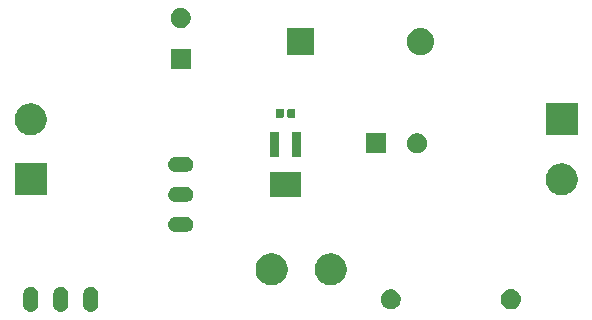
<source format=gbr>
G04 #@! TF.GenerationSoftware,KiCad,Pcbnew,(5.0.2-5-10.14)*
G04 #@! TF.CreationDate,2019-03-09T13:51:56-08:00*
G04 #@! TF.ProjectId,sunclock,73756e63-6c6f-4636-9b2e-6b696361645f,rev?*
G04 #@! TF.SameCoordinates,Original*
G04 #@! TF.FileFunction,Soldermask,Top*
G04 #@! TF.FilePolarity,Negative*
%FSLAX46Y46*%
G04 Gerber Fmt 4.6, Leading zero omitted, Abs format (unit mm)*
G04 Created by KiCad (PCBNEW (5.0.2-5-10.14)) date Saturday, March 09, 2019 at 01:51:56 PM*
%MOMM*%
%LPD*%
G01*
G04 APERTURE LIST*
%ADD10C,0.100000*%
G04 APERTURE END LIST*
D10*
G36*
X109347617Y-103098420D02*
X109429426Y-103123237D01*
X109470332Y-103135645D01*
X109530782Y-103167957D01*
X109583425Y-103196095D01*
X109682553Y-103277447D01*
X109763905Y-103376574D01*
X109763906Y-103376576D01*
X109824355Y-103489667D01*
X109836763Y-103530573D01*
X109861580Y-103612382D01*
X109871000Y-103708027D01*
X109871000Y-104571973D01*
X109861580Y-104667618D01*
X109857071Y-104682481D01*
X109824355Y-104790333D01*
X109818645Y-104801015D01*
X109763905Y-104903426D01*
X109682553Y-105002553D01*
X109583426Y-105083905D01*
X109583424Y-105083906D01*
X109470333Y-105144355D01*
X109429427Y-105156763D01*
X109347618Y-105181580D01*
X109220000Y-105194149D01*
X109092383Y-105181580D01*
X109010574Y-105156763D01*
X108969668Y-105144355D01*
X108856577Y-105083906D01*
X108856575Y-105083905D01*
X108757448Y-105002553D01*
X108676096Y-104903426D01*
X108621356Y-104801015D01*
X108615646Y-104790333D01*
X108601791Y-104744659D01*
X108578420Y-104667618D01*
X108569000Y-104571973D01*
X108569000Y-103708028D01*
X108578420Y-103612383D01*
X108615645Y-103489669D01*
X108615645Y-103489668D01*
X108648076Y-103428995D01*
X108676095Y-103376575D01*
X108737861Y-103301313D01*
X108757445Y-103277449D01*
X108757447Y-103277447D01*
X108856574Y-103196095D01*
X108869509Y-103189181D01*
X108969667Y-103135645D01*
X109010573Y-103123237D01*
X109092382Y-103098420D01*
X109220000Y-103085851D01*
X109347617Y-103098420D01*
X109347617Y-103098420D01*
G37*
G36*
X111887617Y-103098420D02*
X111969426Y-103123237D01*
X112010332Y-103135645D01*
X112070782Y-103167957D01*
X112123425Y-103196095D01*
X112222553Y-103277447D01*
X112303905Y-103376574D01*
X112303906Y-103376576D01*
X112364355Y-103489667D01*
X112376763Y-103530573D01*
X112401580Y-103612382D01*
X112411000Y-103708027D01*
X112411000Y-104571973D01*
X112401580Y-104667618D01*
X112397071Y-104682481D01*
X112364355Y-104790333D01*
X112358645Y-104801015D01*
X112303905Y-104903426D01*
X112222553Y-105002553D01*
X112123426Y-105083905D01*
X112123424Y-105083906D01*
X112010333Y-105144355D01*
X111969427Y-105156763D01*
X111887618Y-105181580D01*
X111760000Y-105194149D01*
X111632383Y-105181580D01*
X111550574Y-105156763D01*
X111509668Y-105144355D01*
X111396577Y-105083906D01*
X111396575Y-105083905D01*
X111297448Y-105002553D01*
X111216096Y-104903426D01*
X111161356Y-104801015D01*
X111155646Y-104790333D01*
X111141791Y-104744659D01*
X111118420Y-104667618D01*
X111109000Y-104571973D01*
X111109000Y-103708028D01*
X111118420Y-103612383D01*
X111155645Y-103489669D01*
X111155645Y-103489668D01*
X111188076Y-103428995D01*
X111216095Y-103376575D01*
X111277861Y-103301313D01*
X111297445Y-103277449D01*
X111297447Y-103277447D01*
X111396574Y-103196095D01*
X111409509Y-103189181D01*
X111509667Y-103135645D01*
X111550573Y-103123237D01*
X111632382Y-103098420D01*
X111760000Y-103085851D01*
X111887617Y-103098420D01*
X111887617Y-103098420D01*
G37*
G36*
X114427617Y-103098420D02*
X114509426Y-103123237D01*
X114550332Y-103135645D01*
X114610782Y-103167957D01*
X114663425Y-103196095D01*
X114762553Y-103277447D01*
X114843905Y-103376574D01*
X114843906Y-103376576D01*
X114904355Y-103489667D01*
X114916763Y-103530573D01*
X114941580Y-103612382D01*
X114951000Y-103708027D01*
X114951000Y-104571973D01*
X114941580Y-104667618D01*
X114937071Y-104682481D01*
X114904355Y-104790333D01*
X114898645Y-104801015D01*
X114843905Y-104903426D01*
X114762553Y-105002553D01*
X114663426Y-105083905D01*
X114663424Y-105083906D01*
X114550333Y-105144355D01*
X114509427Y-105156763D01*
X114427618Y-105181580D01*
X114300000Y-105194149D01*
X114172383Y-105181580D01*
X114090574Y-105156763D01*
X114049668Y-105144355D01*
X113936577Y-105083906D01*
X113936575Y-105083905D01*
X113837448Y-105002553D01*
X113756096Y-104903426D01*
X113701356Y-104801015D01*
X113695646Y-104790333D01*
X113681791Y-104744659D01*
X113658420Y-104667618D01*
X113649000Y-104571973D01*
X113649000Y-103708028D01*
X113658420Y-103612383D01*
X113695645Y-103489669D01*
X113695645Y-103489668D01*
X113728076Y-103428995D01*
X113756095Y-103376575D01*
X113817861Y-103301313D01*
X113837445Y-103277449D01*
X113837447Y-103277447D01*
X113936574Y-103196095D01*
X113949509Y-103189181D01*
X114049667Y-103135645D01*
X114090573Y-103123237D01*
X114172382Y-103098420D01*
X114300000Y-103085851D01*
X114427617Y-103098420D01*
X114427617Y-103098420D01*
G37*
G36*
X150026821Y-103301313D02*
X150026824Y-103301314D01*
X150026825Y-103301314D01*
X150187239Y-103349975D01*
X150187241Y-103349976D01*
X150187244Y-103349977D01*
X150335078Y-103428995D01*
X150464659Y-103535341D01*
X150571005Y-103664922D01*
X150650023Y-103812756D01*
X150650024Y-103812759D01*
X150650025Y-103812761D01*
X150698686Y-103973175D01*
X150698687Y-103973179D01*
X150715117Y-104140000D01*
X150698687Y-104306821D01*
X150698686Y-104306824D01*
X150698686Y-104306825D01*
X150673993Y-104388228D01*
X150650023Y-104467244D01*
X150571005Y-104615078D01*
X150464659Y-104744659D01*
X150335078Y-104851005D01*
X150187244Y-104930023D01*
X150187241Y-104930024D01*
X150187239Y-104930025D01*
X150026825Y-104978686D01*
X150026824Y-104978686D01*
X150026821Y-104978687D01*
X149901804Y-104991000D01*
X149818196Y-104991000D01*
X149693179Y-104978687D01*
X149693176Y-104978686D01*
X149693175Y-104978686D01*
X149532761Y-104930025D01*
X149532759Y-104930024D01*
X149532756Y-104930023D01*
X149384922Y-104851005D01*
X149255341Y-104744659D01*
X149148995Y-104615078D01*
X149069977Y-104467244D01*
X149046008Y-104388228D01*
X149021314Y-104306825D01*
X149021314Y-104306824D01*
X149021313Y-104306821D01*
X149004883Y-104140000D01*
X149021313Y-103973179D01*
X149021314Y-103973175D01*
X149069975Y-103812761D01*
X149069976Y-103812759D01*
X149069977Y-103812756D01*
X149148995Y-103664922D01*
X149255341Y-103535341D01*
X149384922Y-103428995D01*
X149532756Y-103349977D01*
X149532759Y-103349976D01*
X149532761Y-103349975D01*
X149693175Y-103301314D01*
X149693176Y-103301314D01*
X149693179Y-103301313D01*
X149818196Y-103289000D01*
X149901804Y-103289000D01*
X150026821Y-103301313D01*
X150026821Y-103301313D01*
G37*
G36*
X139948228Y-103321703D02*
X140103100Y-103385853D01*
X140242481Y-103478985D01*
X140361015Y-103597519D01*
X140454147Y-103736900D01*
X140518297Y-103891772D01*
X140551000Y-104056184D01*
X140551000Y-104223816D01*
X140518297Y-104388228D01*
X140454147Y-104543100D01*
X140361015Y-104682481D01*
X140242481Y-104801015D01*
X140103100Y-104894147D01*
X139948228Y-104958297D01*
X139783816Y-104991000D01*
X139616184Y-104991000D01*
X139451772Y-104958297D01*
X139296900Y-104894147D01*
X139157519Y-104801015D01*
X139038985Y-104682481D01*
X138945853Y-104543100D01*
X138881703Y-104388228D01*
X138849000Y-104223816D01*
X138849000Y-104056184D01*
X138881703Y-103891772D01*
X138945853Y-103736900D01*
X139038985Y-103597519D01*
X139157519Y-103478985D01*
X139296900Y-103385853D01*
X139451772Y-103321703D01*
X139616184Y-103289000D01*
X139783816Y-103289000D01*
X139948228Y-103321703D01*
X139948228Y-103321703D01*
G37*
G36*
X134883567Y-100274959D02*
X135014072Y-100300918D01*
X135259939Y-100402759D01*
X135480464Y-100550110D01*
X135481215Y-100550612D01*
X135669388Y-100738785D01*
X135669390Y-100738788D01*
X135817241Y-100960061D01*
X135919082Y-101205928D01*
X135971000Y-101466938D01*
X135971000Y-101733062D01*
X135919082Y-101994072D01*
X135817241Y-102239939D01*
X135669890Y-102460464D01*
X135669388Y-102461215D01*
X135481215Y-102649388D01*
X135481212Y-102649390D01*
X135259939Y-102797241D01*
X135014072Y-102899082D01*
X134883567Y-102925041D01*
X134753063Y-102951000D01*
X134486937Y-102951000D01*
X134356433Y-102925041D01*
X134225928Y-102899082D01*
X133980061Y-102797241D01*
X133758788Y-102649390D01*
X133758785Y-102649388D01*
X133570612Y-102461215D01*
X133570110Y-102460464D01*
X133422759Y-102239939D01*
X133320918Y-101994072D01*
X133269000Y-101733062D01*
X133269000Y-101466938D01*
X133320918Y-101205928D01*
X133422759Y-100960061D01*
X133570610Y-100738788D01*
X133570612Y-100738785D01*
X133758785Y-100550612D01*
X133759536Y-100550110D01*
X133980061Y-100402759D01*
X134225928Y-100300918D01*
X134356433Y-100274959D01*
X134486937Y-100249000D01*
X134753063Y-100249000D01*
X134883567Y-100274959D01*
X134883567Y-100274959D01*
G37*
G36*
X129883567Y-100274959D02*
X130014072Y-100300918D01*
X130259939Y-100402759D01*
X130480464Y-100550110D01*
X130481215Y-100550612D01*
X130669388Y-100738785D01*
X130669390Y-100738788D01*
X130817241Y-100960061D01*
X130919082Y-101205928D01*
X130971000Y-101466938D01*
X130971000Y-101733062D01*
X130919082Y-101994072D01*
X130817241Y-102239939D01*
X130669890Y-102460464D01*
X130669388Y-102461215D01*
X130481215Y-102649388D01*
X130481212Y-102649390D01*
X130259939Y-102797241D01*
X130014072Y-102899082D01*
X129883567Y-102925041D01*
X129753063Y-102951000D01*
X129486937Y-102951000D01*
X129356433Y-102925041D01*
X129225928Y-102899082D01*
X128980061Y-102797241D01*
X128758788Y-102649390D01*
X128758785Y-102649388D01*
X128570612Y-102461215D01*
X128570110Y-102460464D01*
X128422759Y-102239939D01*
X128320918Y-101994072D01*
X128269000Y-101733062D01*
X128269000Y-101466938D01*
X128320918Y-101205928D01*
X128422759Y-100960061D01*
X128570610Y-100738788D01*
X128570612Y-100738785D01*
X128758785Y-100550612D01*
X128759536Y-100550110D01*
X128980061Y-100402759D01*
X129225928Y-100300918D01*
X129356433Y-100274959D01*
X129486937Y-100249000D01*
X129753063Y-100249000D01*
X129883567Y-100274959D01*
X129883567Y-100274959D01*
G37*
G36*
X122383855Y-97142140D02*
X122447618Y-97148420D01*
X122529427Y-97173237D01*
X122570333Y-97185645D01*
X122670491Y-97239181D01*
X122683426Y-97246095D01*
X122782553Y-97327447D01*
X122863905Y-97426574D01*
X122863906Y-97426576D01*
X122924355Y-97539667D01*
X122924355Y-97539668D01*
X122961580Y-97662382D01*
X122974149Y-97790000D01*
X122961580Y-97917618D01*
X122936763Y-97999427D01*
X122924355Y-98040333D01*
X122870819Y-98140491D01*
X122863905Y-98153426D01*
X122782553Y-98252553D01*
X122683426Y-98333905D01*
X122683424Y-98333906D01*
X122570333Y-98394355D01*
X122529427Y-98406763D01*
X122447618Y-98431580D01*
X122383855Y-98437860D01*
X122351974Y-98441000D01*
X121488026Y-98441000D01*
X121456145Y-98437860D01*
X121392382Y-98431580D01*
X121310573Y-98406763D01*
X121269667Y-98394355D01*
X121156576Y-98333906D01*
X121156574Y-98333905D01*
X121057447Y-98252553D01*
X120976095Y-98153426D01*
X120969181Y-98140491D01*
X120915645Y-98040333D01*
X120903237Y-97999427D01*
X120878420Y-97917618D01*
X120865851Y-97790000D01*
X120878420Y-97662382D01*
X120915645Y-97539668D01*
X120915645Y-97539667D01*
X120976094Y-97426576D01*
X120976095Y-97426574D01*
X121057447Y-97327447D01*
X121156574Y-97246095D01*
X121169509Y-97239181D01*
X121269667Y-97185645D01*
X121310573Y-97173237D01*
X121392382Y-97148420D01*
X121456145Y-97142140D01*
X121488026Y-97139000D01*
X122351974Y-97139000D01*
X122383855Y-97142140D01*
X122383855Y-97142140D01*
G37*
G36*
X122383855Y-94602140D02*
X122447618Y-94608420D01*
X122529427Y-94633237D01*
X122570333Y-94645645D01*
X122670491Y-94699181D01*
X122683426Y-94706095D01*
X122782553Y-94787447D01*
X122863905Y-94886574D01*
X122863906Y-94886576D01*
X122924355Y-94999667D01*
X122933371Y-95029390D01*
X122961580Y-95122382D01*
X122974149Y-95250000D01*
X122961580Y-95377618D01*
X122936763Y-95459427D01*
X122924355Y-95500333D01*
X122870819Y-95600491D01*
X122863905Y-95613426D01*
X122782553Y-95712553D01*
X122683426Y-95793905D01*
X122683424Y-95793906D01*
X122570333Y-95854355D01*
X122529427Y-95866763D01*
X122447618Y-95891580D01*
X122383855Y-95897860D01*
X122351974Y-95901000D01*
X121488026Y-95901000D01*
X121456145Y-95897860D01*
X121392382Y-95891580D01*
X121310573Y-95866763D01*
X121269667Y-95854355D01*
X121156576Y-95793906D01*
X121156574Y-95793905D01*
X121057447Y-95712553D01*
X120976095Y-95613426D01*
X120969181Y-95600491D01*
X120915645Y-95500333D01*
X120903237Y-95459427D01*
X120878420Y-95377618D01*
X120865851Y-95250000D01*
X120878420Y-95122382D01*
X120906629Y-95029390D01*
X120915645Y-94999667D01*
X120976094Y-94886576D01*
X120976095Y-94886574D01*
X121057447Y-94787447D01*
X121156574Y-94706095D01*
X121169509Y-94699181D01*
X121269667Y-94645645D01*
X121310573Y-94633237D01*
X121392382Y-94608420D01*
X121456145Y-94602140D01*
X121488026Y-94599000D01*
X122351974Y-94599000D01*
X122383855Y-94602140D01*
X122383855Y-94602140D01*
G37*
G36*
X132136000Y-95471000D02*
X129484000Y-95471000D01*
X129484000Y-93369000D01*
X132136000Y-93369000D01*
X132136000Y-95471000D01*
X132136000Y-95471000D01*
G37*
G36*
X154441567Y-92654959D02*
X154572072Y-92680918D01*
X154817939Y-92782759D01*
X155038464Y-92930110D01*
X155039215Y-92930612D01*
X155227388Y-93118785D01*
X155227390Y-93118788D01*
X155375241Y-93340061D01*
X155477082Y-93585928D01*
X155529000Y-93846938D01*
X155529000Y-94113062D01*
X155477082Y-94374072D01*
X155375241Y-94619939D01*
X155263315Y-94787447D01*
X155227388Y-94841215D01*
X155039215Y-95029388D01*
X155039212Y-95029390D01*
X154817939Y-95177241D01*
X154572072Y-95279082D01*
X154441567Y-95305041D01*
X154311063Y-95331000D01*
X154044937Y-95331000D01*
X153914433Y-95305041D01*
X153783928Y-95279082D01*
X153538061Y-95177241D01*
X153316788Y-95029390D01*
X153316785Y-95029388D01*
X153128612Y-94841215D01*
X153092685Y-94787447D01*
X152980759Y-94619939D01*
X152878918Y-94374072D01*
X152827000Y-94113062D01*
X152827000Y-93846938D01*
X152878918Y-93585928D01*
X152980759Y-93340061D01*
X153128610Y-93118788D01*
X153128612Y-93118785D01*
X153316785Y-92930612D01*
X153317536Y-92930110D01*
X153538061Y-92782759D01*
X153783928Y-92680918D01*
X153914433Y-92654959D01*
X154044937Y-92629000D01*
X154311063Y-92629000D01*
X154441567Y-92654959D01*
X154441567Y-92654959D01*
G37*
G36*
X110571000Y-95331000D02*
X107869000Y-95331000D01*
X107869000Y-92629000D01*
X110571000Y-92629000D01*
X110571000Y-95331000D01*
X110571000Y-95331000D01*
G37*
G36*
X122383855Y-92062140D02*
X122447618Y-92068420D01*
X122529427Y-92093237D01*
X122570333Y-92105645D01*
X122670491Y-92159181D01*
X122683426Y-92166095D01*
X122782553Y-92247447D01*
X122863905Y-92346574D01*
X122863906Y-92346576D01*
X122924355Y-92459667D01*
X122924355Y-92459668D01*
X122961580Y-92582382D01*
X122974149Y-92710000D01*
X122961580Y-92837618D01*
X122936763Y-92919427D01*
X122924355Y-92960333D01*
X122870819Y-93060491D01*
X122863905Y-93073426D01*
X122782553Y-93172553D01*
X122683426Y-93253905D01*
X122683424Y-93253906D01*
X122570333Y-93314355D01*
X122529427Y-93326763D01*
X122447618Y-93351580D01*
X122383855Y-93357860D01*
X122351974Y-93361000D01*
X121488026Y-93361000D01*
X121456145Y-93357860D01*
X121392382Y-93351580D01*
X121310573Y-93326763D01*
X121269667Y-93314355D01*
X121156576Y-93253906D01*
X121156574Y-93253905D01*
X121057447Y-93172553D01*
X120976095Y-93073426D01*
X120969181Y-93060491D01*
X120915645Y-92960333D01*
X120903237Y-92919427D01*
X120878420Y-92837618D01*
X120865851Y-92710000D01*
X120878420Y-92582382D01*
X120915645Y-92459668D01*
X120915645Y-92459667D01*
X120976094Y-92346576D01*
X120976095Y-92346574D01*
X121057447Y-92247447D01*
X121156574Y-92166095D01*
X121169509Y-92159181D01*
X121269667Y-92105645D01*
X121310573Y-92093237D01*
X121392382Y-92068420D01*
X121456145Y-92062140D01*
X121488026Y-92059000D01*
X122351974Y-92059000D01*
X122383855Y-92062140D01*
X122383855Y-92062140D01*
G37*
G36*
X130236000Y-92051000D02*
X129484000Y-92051000D01*
X129484000Y-89949000D01*
X130236000Y-89949000D01*
X130236000Y-92051000D01*
X130236000Y-92051000D01*
G37*
G36*
X132136000Y-92051000D02*
X131384000Y-92051000D01*
X131384000Y-89949000D01*
X132136000Y-89949000D01*
X132136000Y-92051000D01*
X132136000Y-92051000D01*
G37*
G36*
X142178228Y-90113703D02*
X142333100Y-90177853D01*
X142472481Y-90270985D01*
X142591015Y-90389519D01*
X142684147Y-90528900D01*
X142748297Y-90683772D01*
X142781000Y-90848184D01*
X142781000Y-91015816D01*
X142748297Y-91180228D01*
X142684147Y-91335100D01*
X142591015Y-91474481D01*
X142472481Y-91593015D01*
X142333100Y-91686147D01*
X142178228Y-91750297D01*
X142013816Y-91783000D01*
X141846184Y-91783000D01*
X141681772Y-91750297D01*
X141526900Y-91686147D01*
X141387519Y-91593015D01*
X141268985Y-91474481D01*
X141175853Y-91335100D01*
X141111703Y-91180228D01*
X141079000Y-91015816D01*
X141079000Y-90848184D01*
X141111703Y-90683772D01*
X141175853Y-90528900D01*
X141268985Y-90389519D01*
X141387519Y-90270985D01*
X141526900Y-90177853D01*
X141681772Y-90113703D01*
X141846184Y-90081000D01*
X142013816Y-90081000D01*
X142178228Y-90113703D01*
X142178228Y-90113703D01*
G37*
G36*
X139281000Y-91783000D02*
X137579000Y-91783000D01*
X137579000Y-90081000D01*
X139281000Y-90081000D01*
X139281000Y-91783000D01*
X139281000Y-91783000D01*
G37*
G36*
X109483567Y-87574959D02*
X109614072Y-87600918D01*
X109859939Y-87702759D01*
X110080464Y-87850110D01*
X110081215Y-87850612D01*
X110269388Y-88038785D01*
X110269390Y-88038788D01*
X110417241Y-88260061D01*
X110519082Y-88505928D01*
X110519082Y-88505929D01*
X110569677Y-88760284D01*
X110571000Y-88766938D01*
X110571000Y-89033062D01*
X110519082Y-89294072D01*
X110417241Y-89539939D01*
X110269890Y-89760464D01*
X110269388Y-89761215D01*
X110081215Y-89949388D01*
X110081212Y-89949390D01*
X109859939Y-90097241D01*
X109614072Y-90199082D01*
X109483567Y-90225041D01*
X109353063Y-90251000D01*
X109086937Y-90251000D01*
X108956433Y-90225041D01*
X108825928Y-90199082D01*
X108580061Y-90097241D01*
X108358788Y-89949390D01*
X108358785Y-89949388D01*
X108170612Y-89761215D01*
X108170110Y-89760464D01*
X108022759Y-89539939D01*
X107920918Y-89294072D01*
X107869000Y-89033062D01*
X107869000Y-88766938D01*
X107870324Y-88760284D01*
X107920918Y-88505929D01*
X107920918Y-88505928D01*
X108022759Y-88260061D01*
X108170610Y-88038788D01*
X108170612Y-88038785D01*
X108358785Y-87850612D01*
X108359536Y-87850110D01*
X108580061Y-87702759D01*
X108825928Y-87600918D01*
X108956433Y-87574959D01*
X109086937Y-87549000D01*
X109353063Y-87549000D01*
X109483567Y-87574959D01*
X109483567Y-87574959D01*
G37*
G36*
X155529000Y-90251000D02*
X152827000Y-90251000D01*
X152827000Y-87549000D01*
X155529000Y-87549000D01*
X155529000Y-90251000D01*
X155529000Y-90251000D01*
G37*
G36*
X130581938Y-88023716D02*
X130602556Y-88029970D01*
X130621556Y-88040126D01*
X130638208Y-88053792D01*
X130651874Y-88070444D01*
X130662030Y-88089444D01*
X130668284Y-88110062D01*
X130671000Y-88137640D01*
X130671000Y-88646360D01*
X130668284Y-88673938D01*
X130662030Y-88694556D01*
X130651874Y-88713556D01*
X130638208Y-88730208D01*
X130621556Y-88743874D01*
X130602556Y-88754030D01*
X130581938Y-88760284D01*
X130554360Y-88763000D01*
X130095640Y-88763000D01*
X130068062Y-88760284D01*
X130047444Y-88754030D01*
X130028444Y-88743874D01*
X130011792Y-88730208D01*
X129998126Y-88713556D01*
X129987970Y-88694556D01*
X129981716Y-88673938D01*
X129979000Y-88646360D01*
X129979000Y-88137640D01*
X129981716Y-88110062D01*
X129987970Y-88089444D01*
X129998126Y-88070444D01*
X130011792Y-88053792D01*
X130028444Y-88040126D01*
X130047444Y-88029970D01*
X130068062Y-88023716D01*
X130095640Y-88021000D01*
X130554360Y-88021000D01*
X130581938Y-88023716D01*
X130581938Y-88023716D01*
G37*
G36*
X131551938Y-88023716D02*
X131572556Y-88029970D01*
X131591556Y-88040126D01*
X131608208Y-88053792D01*
X131621874Y-88070444D01*
X131632030Y-88089444D01*
X131638284Y-88110062D01*
X131641000Y-88137640D01*
X131641000Y-88646360D01*
X131638284Y-88673938D01*
X131632030Y-88694556D01*
X131621874Y-88713556D01*
X131608208Y-88730208D01*
X131591556Y-88743874D01*
X131572556Y-88754030D01*
X131551938Y-88760284D01*
X131524360Y-88763000D01*
X131065640Y-88763000D01*
X131038062Y-88760284D01*
X131017444Y-88754030D01*
X130998444Y-88743874D01*
X130981792Y-88730208D01*
X130968126Y-88713556D01*
X130957970Y-88694556D01*
X130951716Y-88673938D01*
X130949000Y-88646360D01*
X130949000Y-88137640D01*
X130951716Y-88110062D01*
X130957970Y-88089444D01*
X130968126Y-88070444D01*
X130981792Y-88053792D01*
X130998444Y-88040126D01*
X131017444Y-88029970D01*
X131038062Y-88023716D01*
X131065640Y-88021000D01*
X131524360Y-88021000D01*
X131551938Y-88023716D01*
X131551938Y-88023716D01*
G37*
G36*
X122771000Y-84671000D02*
X121069000Y-84671000D01*
X121069000Y-82969000D01*
X122771000Y-82969000D01*
X122771000Y-84671000D01*
X122771000Y-84671000D01*
G37*
G36*
X133231000Y-83447000D02*
X130929000Y-83447000D01*
X130929000Y-81145000D01*
X133231000Y-81145000D01*
X133231000Y-83447000D01*
X133231000Y-83447000D01*
G37*
G36*
X142364180Y-81151662D02*
X142465635Y-81161654D01*
X142682600Y-81227470D01*
X142682602Y-81227471D01*
X142682605Y-81227472D01*
X142882556Y-81334347D01*
X143057818Y-81478182D01*
X143201653Y-81653444D01*
X143308528Y-81853395D01*
X143308529Y-81853398D01*
X143308530Y-81853400D01*
X143374346Y-82070365D01*
X143396569Y-82296000D01*
X143374346Y-82521635D01*
X143308530Y-82738600D01*
X143308528Y-82738605D01*
X143201653Y-82938556D01*
X143057818Y-83113818D01*
X142882556Y-83257653D01*
X142682605Y-83364528D01*
X142682602Y-83364529D01*
X142682600Y-83364530D01*
X142465635Y-83430346D01*
X142364180Y-83440338D01*
X142296545Y-83447000D01*
X142183455Y-83447000D01*
X142115820Y-83440338D01*
X142014365Y-83430346D01*
X141797400Y-83364530D01*
X141797398Y-83364529D01*
X141797395Y-83364528D01*
X141597444Y-83257653D01*
X141422182Y-83113818D01*
X141278347Y-82938556D01*
X141171472Y-82738605D01*
X141171470Y-82738600D01*
X141105654Y-82521635D01*
X141083431Y-82296000D01*
X141105654Y-82070365D01*
X141171470Y-81853400D01*
X141171471Y-81853398D01*
X141171472Y-81853395D01*
X141278347Y-81653444D01*
X141422182Y-81478182D01*
X141597444Y-81334347D01*
X141797395Y-81227472D01*
X141797398Y-81227471D01*
X141797400Y-81227470D01*
X142014365Y-81161654D01*
X142115820Y-81151662D01*
X142183455Y-81145000D01*
X142296545Y-81145000D01*
X142364180Y-81151662D01*
X142364180Y-81151662D01*
G37*
G36*
X122168228Y-79501703D02*
X122323100Y-79565853D01*
X122462481Y-79658985D01*
X122581015Y-79777519D01*
X122674147Y-79916900D01*
X122738297Y-80071772D01*
X122771000Y-80236184D01*
X122771000Y-80403816D01*
X122738297Y-80568228D01*
X122674147Y-80723100D01*
X122581015Y-80862481D01*
X122462481Y-80981015D01*
X122323100Y-81074147D01*
X122168228Y-81138297D01*
X122003816Y-81171000D01*
X121836184Y-81171000D01*
X121671772Y-81138297D01*
X121516900Y-81074147D01*
X121377519Y-80981015D01*
X121258985Y-80862481D01*
X121165853Y-80723100D01*
X121101703Y-80568228D01*
X121069000Y-80403816D01*
X121069000Y-80236184D01*
X121101703Y-80071772D01*
X121165853Y-79916900D01*
X121258985Y-79777519D01*
X121377519Y-79658985D01*
X121516900Y-79565853D01*
X121671772Y-79501703D01*
X121836184Y-79469000D01*
X122003816Y-79469000D01*
X122168228Y-79501703D01*
X122168228Y-79501703D01*
G37*
M02*

</source>
